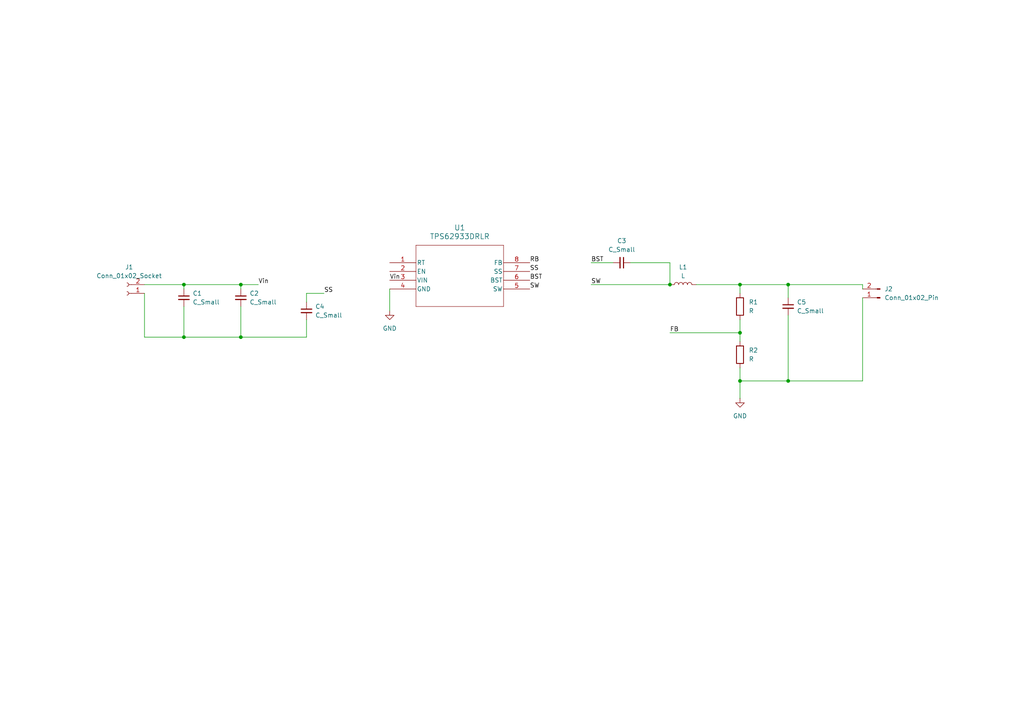
<source format=kicad_sch>
(kicad_sch (version 20231120) (generator "eeschema") (generator_version "8.0")
  (paper "A4")
  (lib_symbols
    (symbol "Connector:Conn_01x02_Pin" (pin_names (offset 1.016) hide)
      (property "Reference" "J" (at 0 2.54 0))
      (property "Value" "Conn_01x02_Pin" (at 0 -5.08 0))
      (symbol "Conn_01x02_Pin_1_1"
        (polyline (pts (xy 1.27 -2.54) (xy 0.8636 -2.54)) (stroke (width 0.1524)))
        (polyline (pts (xy 1.27 0) (xy 0.8636 0)) (stroke (width 0.1524)))
        (rectangle (start 0.8636 -2.413) (end 0 -2.667) (stroke (width 0.1524)) (fill (type outline)))
        (rectangle (start 0.8636 0.127) (end 0 -0.127) (stroke (width 0.1524)) (fill (type outline)))
        (pin passive line (at 5.08 0 180) (length 3.81) (name "Pin_1") (number "1"))
        (pin passive line (at 5.08 -2.54 180) (length 3.81) (name "Pin_2") (number "2"))
      )
    )
    (symbol "Connector:Conn_01x02_Socket" (pin_names (offset 1.016) hide)
      (property "Reference" "J" (at 0 2.54 0))
      (property "Value" "Conn_01x02_Socket" (at 0 -5.08 0))
      (symbol "Conn_01x02_Socket_1_1"
        (arc (start 0 -2.032) (mid -0.5058 -2.54) (end 0 -3.048) (stroke (width 0.1524)))
        (polyline (pts (xy -1.27 -2.54) (xy -0.508 -2.54)) (stroke (width 0.1524)))
        (polyline (pts (xy -1.27 0) (xy -0.508 0)) (stroke (width 0.1524)))
        (arc (start 0 0.508) (mid -0.5058 0) (end 0 -0.508) (stroke (width 0.1524)))
        (pin passive line (at -5.08 0 0) (length 3.81) (name "Pin_1") (number "1"))
        (pin passive line (at -5.08 -2.54 0) (length 3.81) (name "Pin_2") (number "2"))
      )
    )
    (symbol "Device:C_Small" (pin_numbers hide) (pin_names (offset 0.254) hide)
      (property "Reference" "C" (at 0.254 1.778 0))
      (property "Value" "C_Small" (at 0.254 -2.032 0))
      (symbol "C_Small_0_1"
        (polyline (pts (xy -1.524 -0.508) (xy 1.524 -0.508)) (stroke (width 0.3302)))
        (polyline (pts (xy -1.524 0.508) (xy 1.524 0.508)) (stroke (width 0.3048)))
      )
      (symbol "C_Small_1_1"
        (pin passive line (at 0 2.54 270) (length 2.032) (name "~") (number "1"))
        (pin passive line (at 0 -2.54 90) (length 2.032) (name "~") (number "2"))
      )
    )
    (symbol "Device:L" (pin_numbers hide) (pin_names (offset 1.016) hide)
      (property "Reference" "L" (at -1.27 0 90))
      (property "Value" "L" (at 1.905 0 90))
      (symbol "L_0_1"
        (arc (start 0 -2.54) (mid 0.6323 -1.905) (end 0 -1.27))
        (arc (start 0 -1.27) (mid 0.6323 -0.635) (end 0 0))
        (arc (start 0 0) (mid 0.6323 0.635) (end 0 1.27))
        (arc (start 0 1.27) (mid 0.6323 1.905) (end 0 2.54))
      )
      (symbol "L_1_1"
        (pin passive line (at 0 3.81 270) (length 1.27) (name "1") (number "1"))
        (pin passive line (at 0 -3.81 90) (length 1.27) (name "2") (number "2"))
      )
    )
    (symbol "Device:R" (pin_numbers hide) (pin_names (offset 0))
      (property "Reference" "R" (at 2.032 0 90))
      (property "Value" "R" (at 0 0 90))
      (symbol "R_0_1"
        (rectangle (start -1.016 -2.54) (end 1.016 2.54) (stroke (width 0.254)))
      )
      (symbol "R_1_1"
        (pin passive line (at 0 3.81 270) (length 1.27) (name "~") (number "1"))
        (pin passive line (at 0 -3.81 90) (length 1.27) (name "~") (number "2"))
      )
    )
    (symbol "TPS62933DRLR:TPS62933DRLR" (pin_names (offset 0.254))
      (property "Reference" "U" (at 20.32 10.16 0))
      (property "Value" "TPS62933DRLR" (at 20.32 7.62 0))
      (symbol "TPS62933DRLR_0_1"
        (polyline (pts (xy 7.62 -12.7) (xy 33.02 -12.7)) (stroke (width 0.127)))
        (polyline (pts (xy 7.62 5.08) (xy 7.62 -12.7)) (stroke (width 0.127)))
        (polyline (pts (xy 33.02 -12.7) (xy 33.02 5.08)) (stroke (width 0.127)))
        (polyline (pts (xy 33.02 5.08) (xy 7.62 5.08)) (stroke (width 0.127)))
        (pin unspecified line (at 0 0 0) (length 7.62) (name "RT") (number "1"))
        (pin unspecified line (at 0 -2.54 0) (length 7.62) (name "EN") (number "2"))
        (pin power_in line (at 0 -5.08 0) (length 7.62) (name "VIN") (number "3"))
        (pin power_out line (at 0 -7.62 0) (length 7.62) (name "GND") (number "4"))
        (pin power_in line (at 40.64 -7.62 180) (length 7.62) (name "SW") (number "5"))
        (pin power_in line (at 40.64 -5.08 180) (length 7.62) (name "BST") (number "6"))
        (pin unspecified line (at 40.64 -2.54 180) (length 7.62) (name "SS") (number "7"))
        (pin unspecified line (at 40.64 0 180) (length 7.62) (name "FB") (number "8"))
      )
    )
    (symbol "power:GND" (power) (pin_numbers hide) (pin_names (offset 0) hide)
      (property "Value" "GND" (at 0 -3.81 0))
      (symbol "GND_0_1"
        (polyline (pts (xy 0 0) (xy 0 -1.27) (xy 1.27 -1.27) (xy 0 -2.54) (xy -1.27 -1.27) (xy 0 -1.27)))
      )
      (symbol "GND_1_1"
        (pin power_in line (at 0 0 270) (length 0) (name "~") (number "1"))
      )
    )
  )
  (junction (at 214.63 82.55))
  (junction (at 53.34 97.79))
  (junction (at 69.85 82.55))
  (junction (at 69.85 97.79))
  (junction (at 194.31 82.55))
  (junction (at 214.63 110.49))
  (junction (at 214.63 96.52))
  (junction (at 228.6 82.55))
  (junction (at 53.34 82.55))
  (junction (at 228.6 110.49))
  (wire (pts (xy 88.9 85.09) (xy 93.98 85.09)))
  (wire (pts (xy 88.9 97.79) (xy 88.9 92.71)))
  (wire (pts (xy 113.03 83.82) (xy 113.03 90.17)))
  (wire (pts (xy 53.34 88.9) (xy 53.34 97.79)))
  (wire (pts (xy 228.6 110.49) (xy 250.19 110.49)))
  (wire (pts (xy 194.31 76.2) (xy 194.31 82.55)))
  (wire (pts (xy 88.9 87.63) (xy 88.9 85.09)))
  (wire (pts (xy 171.45 76.2) (xy 177.8 76.2)))
  (wire (pts (xy 214.63 92.71) (xy 214.63 96.52)))
  (wire (pts (xy 201.93 82.55) (xy 214.63 82.55)))
  (wire (pts (xy 194.31 96.52) (xy 214.63 96.52)))
  (wire (pts (xy 228.6 110.49) (xy 214.63 110.49)))
  (wire (pts (xy 228.6 82.55) (xy 250.19 82.55)))
  (wire (pts (xy 182.88 76.2) (xy 194.31 76.2)))
  (wire (pts (xy 69.85 82.55) (xy 74.93 82.55)))
  (wire (pts (xy 228.6 91.44) (xy 228.6 110.49)))
  (wire (pts (xy 228.6 82.55) (xy 228.6 86.36)))
  (wire (pts (xy 214.63 82.55) (xy 214.63 85.09)))
  (wire (pts (xy 41.91 97.79) (xy 53.34 97.79)))
  (wire (pts (xy 214.63 106.68) (xy 214.63 110.49)))
  (wire (pts (xy 214.63 82.55) (xy 228.6 82.55)))
  (wire (pts (xy 53.34 82.55) (xy 69.85 82.55)))
  (wire (pts (xy 53.34 82.55) (xy 53.34 83.82)))
  (wire (pts (xy 69.85 88.9) (xy 69.85 97.79)))
  (wire (pts (xy 250.19 110.49) (xy 250.19 86.36)))
  (wire (pts (xy 41.91 82.55) (xy 53.34 82.55)))
  (wire (pts (xy 41.91 85.09) (xy 41.91 97.79)))
  (wire (pts (xy 69.85 97.79) (xy 88.9 97.79)))
  (wire (pts (xy 214.63 110.49) (xy 214.63 115.57)))
  (wire (pts (xy 69.85 82.55) (xy 69.85 83.82)))
  (wire (pts (xy 53.34 97.79) (xy 69.85 97.79)))
  (wire (pts (xy 171.45 82.55) (xy 194.31 82.55)))
  (wire (pts (xy 214.63 96.52) (xy 214.63 99.06)))
  (wire (pts (xy 250.19 82.55) (xy 250.19 83.82)))
  (label "BST" (at 153.67 81.28 0))
  (label "RB" (at 153.67 76.2 0))
  (label "SW" (at 171.45 82.55 0))
  (label "Vin" (at 74.93 82.55 0))
  (label "SS" (at 153.67 78.74 0))
  (label "SW" (at 153.67 83.82 0))
  (label "SS" (at 93.98 85.09 0))
  (label "BST" (at 171.45 76.2 0))
  (label "Vin" (at 113.03 81.28 0))
  (label "FB" (at 194.31 96.52 0))
  (symbol (lib_id "power:GND") (at 113.03 90.17 0) (unit 1)
    (property "Reference" "#PWR01" (effects (hide yes)))
    (property "Value" "GND" (at 113.03 95.25 0))
    (property "Description" "Power symbol creates a global label with name \"GND\" , ground" (effects (hide yes)))
  )
  (symbol (lib_id "Connector:Conn_01x02_Pin") (at 255.27 86.36 180) (unit 1)
    (property "Reference" "J2" (at 256.54 83.8199 0) (effects (justify right)))
    (property "Value" "Conn_01x02_Pin" (at 256.54 86.3599 0) (effects (justify right)))
    (property "Description" "Generic connector, single row, 01x02, script generated" (effects (hide yes)))
  )
  (symbol (lib_id "Device:C_Small") (at 180.34 76.2 270) (unit 1)
    (property "Reference" "C3" (at 180.3336 69.85 90))
    (property "Value" "C_Small" (at 180.3336 72.39 90))
    (property "Description" "Unpolarized capacitor, small symbol" (effects (hide yes)))
  )
  (symbol (lib_id "power:GND") (at 214.63 115.57 0) (unit 1)
    (property "Reference" "#PWR02" (effects (hide yes)))
    (property "Value" "GND" (at 214.63 120.65 0))
    (property "Description" "Power symbol creates a global label with name \"GND\" , ground" (effects (hide yes)))
  )
  (symbol (lib_id "Connector:Conn_01x02_Socket") (at 36.83 85.09 180) (unit 1)
    (property "Reference" "J1" (at 37.465 77.47 0))
    (property "Value" "Conn_01x02_Socket" (at 37.465 80.01 0))
    (property "Description" "Generic connector, single row, 01x02, script generated" (effects (hide yes)))
  )
  (symbol (lib_id "Device:L") (at 198.12 82.55 90) (unit 1)
    (property "Reference" "L1" (at 198.12 77.47 90))
    (property "Value" "L" (at 198.12 80.01 90))
    (property "Description" "Inductor" (effects (hide yes)))
  )
  (symbol (lib_id "Device:C_Small") (at 69.85 86.36 0) (unit 1)
    (property "Reference" "C2" (at 72.39 85.0962 0) (effects (justify left)))
    (property "Value" "C_Small" (at 72.39 87.6362 0) (effects (justify left)))
    (property "Description" "Unpolarized capacitor, small symbol" (effects (hide yes)))
  )
  (symbol (lib_id "Device:R") (at 214.63 88.9 0) (unit 1)
    (property "Reference" "R1" (at 217.17 87.6299 0) (effects (justify left)))
    (property "Value" "R" (at 217.17 90.1699 0) (effects (justify left)))
    (property "Description" "Resistor" (effects (hide yes)))
  )
  (symbol (lib_id "Device:C_Small") (at 228.6 88.9 0) (unit 1)
    (property "Reference" "C5" (at 231.14 87.6362 0) (effects (justify left)))
    (property "Value" "C_Small" (at 231.14 90.1762 0) (effects (justify left)))
    (property "Description" "Unpolarized capacitor, small symbol" (effects (hide yes)))
  )
  (symbol (lib_id "Device:R") (at 214.63 102.87 0) (unit 1)
    (property "Reference" "R2" (at 217.17 101.5999 0) (effects (justify left)))
    (property "Value" "R" (at 217.17 104.1399 0) (effects (justify left)))
    (property "Description" "Resistor" (effects (hide yes)))
  )
  (symbol (lib_id "Device:C_Small") (at 88.9 90.17 0) (unit 1)
    (property "Reference" "C4" (at 91.44 88.9062 0) (effects (justify left)))
    (property "Value" "C_Small" (at 91.44 91.4462 0) (effects (justify left)))
    (property "Description" "Unpolarized capacitor, small symbol" (effects (hide yes)))
  )
  (symbol (lib_id "Device:C_Small") (at 53.34 86.36 0) (unit 1)
    (property "Reference" "C1" (at 55.88 85.0962 0) (effects (justify left)))
    (property "Value" "C_Small" (at 55.88 87.6362 0) (effects (justify left)))
    (property "Description" "Unpolarized capacitor, small symbol" (effects (hide yes)))
  )
  (symbol (lib_id "TPS62933DRLR:TPS62933DRLR") (at 113.03 76.2 0) (unit 1)
    (property "Reference" "U1" (at 133.35 66.04 0) (effects (font (size 1.524 1.524))))
    (property "Value" "TPS62933DRLR" (at 133.35 68.58 0) (effects (font (size 1.524 1.524))))
    (property "Footprint" "SOT-5X3-8_DRL_TEX" (effects (hide yes)))
    (property "Datasheet" "TPS62933DRLR" (effects (hide yes)))
  )
)
</source>
